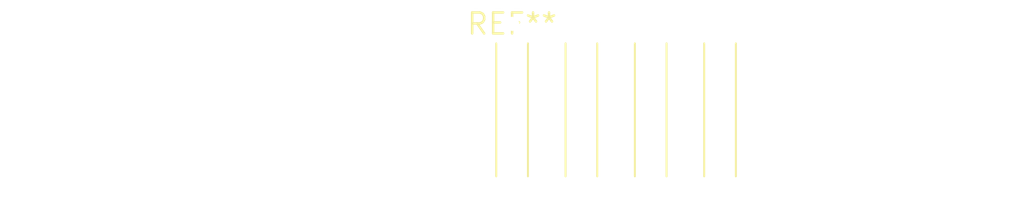
<source format=kicad_pcb>
(kicad_pcb (version 20240108) (generator pcbnew)
  (layers (0 "F.Cu" signal) (31 "B.Cu" signal) (34 "B.Paste" user) (35 "F.Paste" user) (36 "B.SilkS" user "B.Silkscreen") (37 "F.SilkS" user "F.Silkscreen") (38 "B.Mask" user) (39 "F.Mask" user) (44 "Edge.Cuts" user))
  (net 0 "")
  (footprint "SolderWire-0.25sqmm_1x04_P4.2mm_D0.65mm_OD1.7mm_Relief" (layer "F.Cu") (at 0 0)
    (property "Reference" "REF**")
    (property "Value" "SolderWire-0.25sqmm_1x04_P4.2mm_D0.65mm_OD1.7mm_Relief")
    (fp_line (start -0.96 1.185) (end -0.96 9.24) (layer "F.SilkS") (stroke (width 0.12)))
    (fp_line (start 0.96 1.185) (end 0.96 9.24) (layer "F.SilkS") (stroke (width 0.12)))
    (fp_line (start 3.24 1.185) (end 3.24 9.24) (layer "F.SilkS") (stroke (width 0.12)))
    (fp_line (start 5.16 1.185) (end 5.16 9.24) (layer "F.SilkS") (stroke (width 0.12)))
    (fp_line (start 7.44 1.185) (end 7.44 9.24) (layer "F.SilkS") (stroke (width 0.12)))
    (fp_line (start 9.36 1.185) (end 9.36 9.24) (layer "F.SilkS") (stroke (width 0.12)))
    (fp_line (start 11.64 1.185) (end 11.64 9.24) (layer "F.SilkS") (stroke (width 0.12)))
    (fp_line (start 13.56 1.185) (end 13.56 9.24) (layer "F.SilkS") (stroke (width 0.12)))
    (pad "" np_thru_hole circle (at 0 10.2) (size 2.2 2.2) (drill 2.2) (layers *.Cu *.Mask))
    (pad "" np_thru_hole circle (at 4.2 10.2) (size 2.2 2.2) (drill 2.2) (layers *.Cu *.Mask))
    (pad "" np_thru_hole circle (at 8.4 10.2) (size 2.2 2.2) (drill 2.2) (layers *.Cu *.Mask))
    (pad "" np_thru_hole circle (at 12.6 10.2) (size 2.2 2.2) (drill 2.2) (layers *.Cu *.Mask))
    (pad "1" thru_hole roundrect (at 0 0) (size 1.85 1.85) (drill 0.85) (layers *.Cu *.Mask) (remove_unused_layers) (roundrect_rratio 0.135135))
    (pad "2" thru_hole circle (at 4.2 0) (size 1.85 1.85) (drill 0.85) (layers *.Cu *.Mask) (remove_unused_layers))
    (pad "3" thru_hole circle (at 8.4 0) (size 1.85 1.85) (drill 0.85) (layers *.Cu *.Mask) (remove_unused_layers))
    (pad "4" thru_hole circle (at 12.6 0) (size 1.85 1.85) (drill 0.85) (layers *.Cu *.Mask) (remove_unused_layers))
  )
)
</source>
